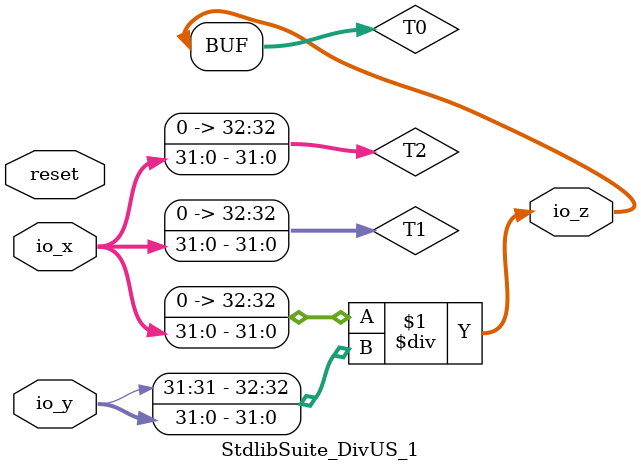
<source format=v>
module StdlibSuite_DivUS_1(input reset,
    input [31:0] io_x,
    input [31:0] io_y,
    output[32:0] io_z
);

  wire[32:0] T0;
  wire[32:0] T1;
  wire[32:0] T2;


  assign io_z = T0;
  assign T0 = $signed(T1) / $signed(io_y);
  assign T1 = T2;
  assign T2 = {1'h0, io_x};
endmodule


</source>
